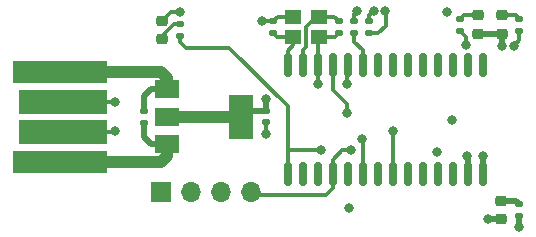
<source format=gtl>
%TF.GenerationSoftware,KiCad,Pcbnew,7.0.2-6a45011f42~172~ubuntu20.04.1*%
%TF.CreationDate,2023-04-23T21:34:21-07:00*%
%TF.ProjectId,SX1280_USB_Adapter,53583132-3830-45f5-9553-425f41646170,rev?*%
%TF.SameCoordinates,Original*%
%TF.FileFunction,Copper,L1,Top*%
%TF.FilePolarity,Positive*%
%FSLAX46Y46*%
G04 Gerber Fmt 4.6, Leading zero omitted, Abs format (unit mm)*
G04 Created by KiCad (PCBNEW 7.0.2-6a45011f42~172~ubuntu20.04.1) date 2023-04-23 21:34:21*
%MOMM*%
%LPD*%
G01*
G04 APERTURE LIST*
G04 Aperture macros list*
%AMRoundRect*
0 Rectangle with rounded corners*
0 $1 Rounding radius*
0 $2 $3 $4 $5 $6 $7 $8 $9 X,Y pos of 4 corners*
0 Add a 4 corners polygon primitive as box body*
4,1,4,$2,$3,$4,$5,$6,$7,$8,$9,$2,$3,0*
0 Add four circle primitives for the rounded corners*
1,1,$1+$1,$2,$3*
1,1,$1+$1,$4,$5*
1,1,$1+$1,$6,$7*
1,1,$1+$1,$8,$9*
0 Add four rect primitives between the rounded corners*
20,1,$1+$1,$2,$3,$4,$5,0*
20,1,$1+$1,$4,$5,$6,$7,0*
20,1,$1+$1,$6,$7,$8,$9,0*
20,1,$1+$1,$8,$9,$2,$3,0*%
G04 Aperture macros list end*
%TA.AperFunction,SMDPad,CuDef*%
%ADD10RoundRect,0.135000X0.185000X-0.135000X0.185000X0.135000X-0.185000X0.135000X-0.185000X-0.135000X0*%
%TD*%
%TA.AperFunction,SMDPad,CuDef*%
%ADD11RoundRect,0.218750X0.256250X-0.218750X0.256250X0.218750X-0.256250X0.218750X-0.256250X-0.218750X0*%
%TD*%
%TA.AperFunction,SMDPad,CuDef*%
%ADD12RoundRect,0.140000X-0.170000X0.140000X-0.170000X-0.140000X0.170000X-0.140000X0.170000X0.140000X0*%
%TD*%
%TA.AperFunction,ConnectorPad*%
%ADD13R,8.000000X1.900000*%
%TD*%
%TA.AperFunction,ConnectorPad*%
%ADD14R,7.500000X2.000000*%
%TD*%
%TA.AperFunction,SMDPad,CuDef*%
%ADD15RoundRect,0.140000X0.170000X-0.140000X0.170000X0.140000X-0.170000X0.140000X-0.170000X-0.140000X0*%
%TD*%
%TA.AperFunction,SMDPad,CuDef*%
%ADD16R,1.400000X1.200000*%
%TD*%
%TA.AperFunction,SMDPad,CuDef*%
%ADD17RoundRect,0.135000X-0.185000X0.135000X-0.185000X-0.135000X0.185000X-0.135000X0.185000X0.135000X0*%
%TD*%
%TA.AperFunction,ComponentPad*%
%ADD18R,1.700000X1.700000*%
%TD*%
%TA.AperFunction,ComponentPad*%
%ADD19O,1.700000X1.700000*%
%TD*%
%TA.AperFunction,SMDPad,CuDef*%
%ADD20RoundRect,0.150000X-0.150000X0.875000X-0.150000X-0.875000X0.150000X-0.875000X0.150000X0.875000X0*%
%TD*%
%TA.AperFunction,SMDPad,CuDef*%
%ADD21R,2.000000X1.500000*%
%TD*%
%TA.AperFunction,SMDPad,CuDef*%
%ADD22R,2.000000X3.800000*%
%TD*%
%TA.AperFunction,ViaPad*%
%ADD23C,0.800000*%
%TD*%
%TA.AperFunction,Conductor*%
%ADD24C,0.300000*%
%TD*%
%TA.AperFunction,Conductor*%
%ADD25C,1.000000*%
%TD*%
%TA.AperFunction,Conductor*%
%ADD26C,0.500000*%
%TD*%
G04 APERTURE END LIST*
D10*
%TO.P,R5,1*%
%TO.N,/3V3*%
X127762000Y-106936000D03*
%TO.P,R5,2*%
%TO.N,Net-(U3-nReset)*%
X127762000Y-105916000D03*
%TD*%
D11*
%TO.P,D2,1,K*%
%TO.N,/GND*%
X139000000Y-107000000D03*
%TO.P,D2,2,A*%
%TO.N,Net-(D2-A)*%
X139000000Y-105425000D03*
%TD*%
%TO.P,D1,1,K*%
%TO.N,/GND*%
X138938000Y-122707500D03*
%TO.P,D1,2,A*%
%TO.N,Net-(D1-A)*%
X138938000Y-121132500D03*
%TD*%
%TO.P,D4,1,K*%
%TO.N,Net-(D4-K)*%
X110235500Y-107469000D03*
%TO.P,D4,2,A*%
%TO.N,/3V3*%
X110235500Y-105894000D03*
%TD*%
D12*
%TO.P,C4,1*%
%TO.N,/GND*%
X119634000Y-105946000D03*
%TO.P,C4,2*%
%TO.N,Net-(U2-XO)*%
X119634000Y-106906000D03*
%TD*%
D10*
%TO.P,R2,1*%
%TO.N,/5V*%
X140462000Y-122430000D03*
%TO.P,R2,2*%
%TO.N,Net-(D1-A)*%
X140462000Y-121410000D03*
%TD*%
D12*
%TO.P,C2,1*%
%TO.N,/GND*%
X108750000Y-113566000D03*
%TO.P,C2,2*%
%TO.N,/5V*%
X108750000Y-114526000D03*
%TD*%
D13*
%TO.P,J1,1,VBUS*%
%TO.N,/5V*%
X101600000Y-117856000D03*
D14*
%TO.P,J1,2,D-*%
%TO.N,/USB D-*%
X101850000Y-115346000D03*
%TO.P,J1,3,D+*%
%TO.N,/USB D+*%
X101850000Y-112746000D03*
D13*
%TO.P,J1,4,GND*%
%TO.N,/GND*%
X101600000Y-110236000D03*
%TD*%
D10*
%TO.P,R4,1*%
%TO.N,Net-(U3-DIO1)*%
X140500000Y-106760000D03*
%TO.P,R4,2*%
%TO.N,Net-(D2-A)*%
X140500000Y-105740000D03*
%TD*%
D15*
%TO.P,C1,1*%
%TO.N,/GND*%
X125222000Y-106906000D03*
%TO.P,C1,2*%
%TO.N,Net-(U2-XI)*%
X125222000Y-105946000D03*
%TD*%
%TO.P,C5,1*%
%TO.N,/GND*%
X119000000Y-114500000D03*
%TO.P,C5,2*%
%TO.N,/3V3*%
X119000000Y-113540000D03*
%TD*%
D16*
%TO.P,Y1,1,1*%
%TO.N,Net-(U2-XI)*%
X123528000Y-105550000D03*
%TO.P,Y1,2,2*%
%TO.N,/GND*%
X121328000Y-105550000D03*
%TO.P,Y1,3,3*%
%TO.N,Net-(U2-XO)*%
X121328000Y-107250000D03*
%TO.P,Y1,4,4*%
%TO.N,/GND*%
X123528000Y-107250000D03*
%TD*%
D17*
%TO.P,R3,1*%
%TO.N,Net-(D4-K)*%
X111759500Y-106171500D03*
%TO.P,R3,2*%
%TO.N,/CS*%
X111759500Y-107191500D03*
%TD*%
D11*
%TO.P,D3,1,K*%
%TO.N,/GND*%
X137000000Y-107000000D03*
%TO.P,D3,2,A*%
%TO.N,Net-(D3-A)*%
X137000000Y-105425000D03*
%TD*%
D12*
%TO.P,C3,1*%
%TO.N,/GND*%
X126492000Y-105946000D03*
%TO.P,C3,2*%
%TO.N,Net-(U2-V3)*%
X126492000Y-106906000D03*
%TD*%
D18*
%TO.P,J2,1,Pin_1*%
%TO.N,/MISO*%
X110109000Y-120396000D03*
D19*
%TO.P,J2,2,Pin_2*%
%TO.N,/MOSI*%
X112649000Y-120396000D03*
%TO.P,J2,3,Pin_3*%
%TO.N,/CS*%
X115189000Y-120396000D03*
%TO.P,J2,4,Pin_4*%
%TO.N,/CLK*%
X117729000Y-120396000D03*
%TD*%
D20*
%TO.P,U2,1,~{ACT}*%
%TO.N,unconnected-(U2-~{ACT}-Pad1)*%
X137370000Y-109600000D03*
%TO.P,U2,2,RSTi*%
%TO.N,unconnected-(U2-RSTi-Pad2)*%
X136100000Y-109600000D03*
%TO.P,U2,3,IN7/~{SIN/}AS*%
%TO.N,unconnected-(U2-IN7{slash}~{SIN{slash}}AS-Pad3)*%
X134830000Y-109600000D03*
%TO.P,U2,4,~{ROV/}AFD/~{DS}*%
%TO.N,unconnected-(U2-~{ROV{slash}}AFD{slash}~{DS}-Pad4)*%
X133560000Y-109600000D03*
%TO.P,U2,5,TXD/~{ERR/USERDEF}*%
%TO.N,unconnected-(U2-TXD{slash}~{ERR{slash}USERDEF}-Pad5)*%
X132290000Y-109600000D03*
%TO.P,U2,6,RXD/PEMP/USERDEF*%
%TO.N,unconnected-(U2-RXD{slash}PEMP{slash}USERDEF-Pad6)*%
X131020000Y-109600000D03*
%TO.P,U2,7,~{INT/}ACK*%
%TO.N,unconnected-(U2-~{INT{slash}}ACK-Pad7)*%
X129750000Y-109600000D03*
%TO.P,U2,8,IN3/SLCT/USERDEF*%
%TO.N,unconnected-(U2-IN3{slash}SLCT{slash}USERDEF-Pad8)*%
X128480000Y-109600000D03*
%TO.P,U2,9,V3*%
%TO.N,Net-(U2-V3)*%
X127210000Y-109600000D03*
%TO.P,U2,10,UD+*%
%TO.N,/USB D+*%
X125940000Y-109600000D03*
%TO.P,U2,11,UD-*%
%TO.N,/USB D-*%
X124670000Y-109600000D03*
%TO.P,U2,12,GND*%
%TO.N,/GND*%
X123400000Y-109600000D03*
%TO.P,U2,13,XI*%
%TO.N,Net-(U2-XI)*%
X122130000Y-109600000D03*
%TO.P,U2,14,XO*%
%TO.N,Net-(U2-XO)*%
X120860000Y-109600000D03*
%TO.P,U2,15,~{CTS/D0/CS0}*%
%TO.N,/CS*%
X120860000Y-118900000D03*
%TO.P,U2,16,~{DSR/D1/CS1}*%
%TO.N,unconnected-(U2-~{DSR{slash}D1{slash}CS1}-Pad16)*%
X122130000Y-118900000D03*
%TO.P,U2,17,~{RI/D2/CS2}*%
%TO.N,unconnected-(U2-~{RI{slash}D2{slash}CS2}-Pad17)*%
X123400000Y-118900000D03*
%TO.P,U2,18,~{DCD/D3/DCK}*%
%TO.N,/CLK*%
X124670000Y-118900000D03*
%TO.P,U2,19,~{OUT/D4/DOUT2}*%
%TO.N,unconnected-(U2-~{OUT{slash}D4{slash}DOUT2}-Pad19)*%
X125940000Y-118900000D03*
%TO.P,U2,20,~{DTR/D5/DOUT}*%
%TO.N,/MOSI*%
X127210000Y-118900000D03*
%TO.P,U2,21,~{RST/D6/DIN2}*%
%TO.N,unconnected-(U2-~{RST{slash}D6{slash}DIN2}-Pad21)*%
X128480000Y-118900000D03*
%TO.P,U2,22,~{SLP/D7/DIN}*%
%TO.N,/MISO*%
X129750000Y-118900000D03*
%TO.P,U2,23,SDA*%
%TO.N,unconnected-(U2-SDA-Pad23)*%
X131020000Y-118900000D03*
%TO.P,U2,24,SCL*%
%TO.N,unconnected-(U2-SCL-Pad24)*%
X132290000Y-118900000D03*
%TO.P,U2,25,~{RDY/}STB/~{WR}*%
%TO.N,unconnected-(U2-~{RDY{slash}}STB{slash}~{WR}-Pad25)*%
X133560000Y-118900000D03*
%TO.P,U2,26,TNOW/~{INI/}RST*%
%TO.N,unconnected-(U2-TNOW{slash}~{INI{slash}}RST-Pad26)*%
X134830000Y-118900000D03*
%TO.P,U2,27,~{TEN/BUSY/}WAIT*%
%TO.N,/GND*%
X136100000Y-118900000D03*
%TO.P,U2,28,VCC*%
%TO.N,/5V*%
X137370000Y-118900000D03*
%TD*%
D10*
%TO.P,R6,1*%
%TO.N,Net-(U3-DIO2)*%
X135500000Y-106760000D03*
%TO.P,R6,2*%
%TO.N,Net-(D3-A)*%
X135500000Y-105740000D03*
%TD*%
D21*
%TO.P,U1,1,GND*%
%TO.N,/GND*%
X110642000Y-111700000D03*
%TO.P,U1,2,VO*%
%TO.N,/3V3*%
X110642000Y-114000000D03*
D22*
X116942000Y-114000000D03*
D21*
%TO.P,U1,3,VI*%
%TO.N,/5V*%
X110642000Y-116300000D03*
%TD*%
D23*
%TO.N,/5V*%
X140462000Y-123317000D03*
X137370000Y-117304000D03*
X108966000Y-117856000D03*
X107696000Y-117856000D03*
X106426000Y-117856000D03*
%TO.N,/3V3*%
X111759500Y-105157500D03*
X113792000Y-114046000D03*
X112522000Y-114046000D03*
X115062000Y-114046000D03*
X129151341Y-105056519D03*
X134810000Y-114300000D03*
X119000000Y-112500000D03*
%TO.N,/CLK*%
X126238000Y-116840000D03*
%TO.N,/CS*%
X123698000Y-116840000D03*
%TO.N,/MOSI*%
X127139500Y-115938500D03*
%TO.N,/MISO*%
X129794000Y-115189000D03*
%TO.N,/USB D-*%
X106250000Y-115250000D03*
X125878977Y-113686977D03*
%TO.N,/USB D+*%
X106246000Y-112746000D03*
X125857000Y-111252000D03*
%TO.N,Net-(U3-nReset)*%
X128143000Y-105029000D03*
%TO.N,/GND*%
X119000000Y-115500000D03*
X118700000Y-105900000D03*
X139000000Y-108000000D03*
X137795000Y-122707500D03*
X106500000Y-110250000D03*
X123400000Y-111250000D03*
X126746000Y-105029000D03*
X107750000Y-110250000D03*
X109000000Y-110250000D03*
X126027000Y-121750000D03*
X134366000Y-105156000D03*
X133540000Y-117000000D03*
X136092940Y-117306550D03*
%TO.N,Net-(U3-DIO1)*%
X140000000Y-108000000D03*
%TO.N,Net-(U3-DIO2)*%
X136000000Y-107975500D03*
%TD*%
D24*
%TO.N,Net-(U2-XI)*%
X123304000Y-105550000D02*
X122428000Y-106426000D01*
X122428000Y-108150000D02*
X122174000Y-108404000D01*
X122174000Y-109556000D02*
X122130000Y-109600000D01*
X123528000Y-105550000D02*
X124826000Y-105550000D01*
X123528000Y-105550000D02*
X123304000Y-105550000D01*
X122428000Y-106426000D02*
X122428000Y-108150000D01*
X122174000Y-108404000D02*
X122174000Y-109556000D01*
X124826000Y-105550000D02*
X125222000Y-105946000D01*
D25*
%TO.N,/5V*%
X108966000Y-117856000D02*
X101600000Y-117856000D01*
X110109000Y-117856000D02*
X110642000Y-117323000D01*
D26*
X108750000Y-114526000D02*
X108750000Y-115750000D01*
D25*
X110642000Y-117323000D02*
X110642000Y-116300000D01*
X108966000Y-117856000D02*
X110109000Y-117856000D01*
D26*
X108750000Y-115750000D02*
X109300000Y-116300000D01*
X109300000Y-116300000D02*
X110642000Y-116300000D01*
X140462000Y-123317000D02*
X140462000Y-122430000D01*
X137370000Y-117304000D02*
X137370000Y-118900000D01*
D24*
%TO.N,Net-(U2-V3)*%
X126492000Y-107681339D02*
X127210000Y-108399339D01*
X126492000Y-106906000D02*
X126492000Y-107681339D01*
X127210000Y-108399339D02*
X127210000Y-109600000D01*
%TO.N,Net-(U2-XO)*%
X120860000Y-108418000D02*
X121328000Y-107950000D01*
X121328000Y-107250000D02*
X121328000Y-107950000D01*
X120860000Y-109600000D02*
X120860000Y-108418000D01*
X121328000Y-107250000D02*
X119978000Y-107250000D01*
X119978000Y-107250000D02*
X119634000Y-106906000D01*
D26*
%TO.N,/3V3*%
X119000000Y-113540000D02*
X117402000Y-113540000D01*
X119000000Y-113540000D02*
X119000000Y-112500000D01*
D24*
X110972000Y-105157500D02*
X111759500Y-105157500D01*
X110235500Y-105894000D02*
X110972000Y-105157500D01*
X128522000Y-106936000D02*
X127762000Y-106936000D01*
D25*
X110642000Y-114000000D02*
X116942000Y-114000000D01*
D26*
X117402000Y-113540000D02*
X116942000Y-114000000D01*
D24*
X129151341Y-105056519D02*
X129159000Y-105064178D01*
X129159000Y-106299000D02*
X128522000Y-106936000D01*
X129159000Y-105064178D02*
X129159000Y-106299000D01*
D26*
%TO.N,Net-(D1-A)*%
X140184500Y-121132500D02*
X140462000Y-121410000D01*
X138938000Y-121132500D02*
X140184500Y-121132500D01*
D24*
%TO.N,/CLK*%
X125476000Y-116840000D02*
X124670000Y-117646000D01*
X124129800Y-120599200D02*
X117932200Y-120599200D01*
X124670000Y-118900000D02*
X124670000Y-120059000D01*
X124670000Y-120059000D02*
X124129800Y-120599200D01*
X124670000Y-117646000D02*
X124670000Y-118900000D01*
X117932200Y-120599200D02*
X117729000Y-120396000D01*
X126238000Y-116840000D02*
X125476000Y-116840000D01*
%TO.N,/CS*%
X123698000Y-116840000D02*
X120987000Y-116840000D01*
X120987000Y-116840000D02*
X120860000Y-116967000D01*
X120860000Y-113135000D02*
X120860000Y-116967000D01*
X115929000Y-108204000D02*
X120860000Y-113135000D01*
X111759500Y-107191500D02*
X111759500Y-107695500D01*
X120860000Y-116967000D02*
X120860000Y-118900000D01*
X112268000Y-108204000D02*
X115929000Y-108204000D01*
X111759500Y-107695500D02*
X112268000Y-108204000D01*
%TO.N,/MOSI*%
X127210000Y-116009000D02*
X127210000Y-118900000D01*
X127139500Y-115938500D02*
X127210000Y-116009000D01*
%TO.N,/MISO*%
X129750000Y-115233000D02*
X129750000Y-118900000D01*
X129794000Y-115189000D02*
X129750000Y-115233000D01*
%TO.N,/USB D-*%
X124714000Y-111760000D02*
X124714000Y-111252000D01*
X125878977Y-113686977D02*
X125878977Y-112924977D01*
X106154000Y-115346000D02*
X101850000Y-115346000D01*
X106250000Y-115250000D02*
X106154000Y-115346000D01*
X124714000Y-109644000D02*
X124670000Y-109600000D01*
X124714000Y-111252000D02*
X124714000Y-109644000D01*
X125878977Y-112924977D02*
X124714000Y-111760000D01*
%TO.N,/USB D+*%
X125857000Y-109683000D02*
X125940000Y-109600000D01*
X106246000Y-112746000D02*
X101850000Y-112746000D01*
X125857000Y-111252000D02*
X125857000Y-109683000D01*
%TO.N,Net-(D3-A)*%
X135815000Y-105425000D02*
X135500000Y-105740000D01*
X137000000Y-105425000D02*
X135815000Y-105425000D01*
%TO.N,Net-(U3-nReset)*%
X127762000Y-105410000D02*
X127762000Y-105916000D01*
X128143000Y-105029000D02*
X127762000Y-105410000D01*
D25*
%TO.N,/GND*%
X110642000Y-110769000D02*
X110642000Y-111700000D01*
X106500000Y-110250000D02*
X106514000Y-110236000D01*
D24*
X120030000Y-105550000D02*
X119634000Y-105946000D01*
D25*
X109000000Y-110250000D02*
X110123000Y-110250000D01*
X110123000Y-110250000D02*
X110642000Y-110769000D01*
D24*
X121328000Y-105550000D02*
X120030000Y-105550000D01*
D26*
X108750000Y-113566000D02*
X108750000Y-112250000D01*
D24*
X119588000Y-105900000D02*
X119634000Y-105946000D01*
D25*
X106486000Y-110236000D02*
X106500000Y-110250000D01*
D24*
X123400000Y-109600000D02*
X123400000Y-107378000D01*
X123528000Y-107250000D02*
X124878000Y-107250000D01*
D25*
X107750000Y-110250000D02*
X107764000Y-110236000D01*
D24*
X126746000Y-105029000D02*
X126492000Y-105283000D01*
D26*
X136100000Y-117313610D02*
X136100000Y-118900000D01*
D25*
X106514000Y-110236000D02*
X107736000Y-110236000D01*
D24*
X119000000Y-114500000D02*
X119000000Y-115500000D01*
D26*
X139000000Y-107000000D02*
X139000000Y-108000000D01*
D25*
X108986000Y-110236000D02*
X109000000Y-110250000D01*
X107736000Y-110236000D02*
X107750000Y-110250000D01*
D26*
X109300000Y-111700000D02*
X110642000Y-111700000D01*
D25*
X101600000Y-110236000D02*
X106486000Y-110236000D01*
D24*
X123400000Y-111250000D02*
X123400000Y-109600000D01*
X118700000Y-105900000D02*
X119588000Y-105900000D01*
X126492000Y-105283000D02*
X126492000Y-105946000D01*
D26*
X108750000Y-112250000D02*
X109300000Y-111700000D01*
X137000000Y-107000000D02*
X139000000Y-107000000D01*
D24*
X123400000Y-107378000D02*
X123528000Y-107250000D01*
D25*
X107764000Y-110236000D02*
X108986000Y-110236000D01*
D26*
X136092940Y-117306550D02*
X136100000Y-117313610D01*
D24*
X124878000Y-107250000D02*
X125222000Y-106906000D01*
D26*
X137795000Y-122707500D02*
X138938000Y-122707500D01*
D24*
%TO.N,Net-(D2-A)*%
X139000000Y-105425000D02*
X140185000Y-105425000D01*
X140185000Y-105425000D02*
X140500000Y-105740000D01*
%TO.N,Net-(D4-K)*%
X110235500Y-107188500D02*
X111252500Y-106171500D01*
X111252500Y-106171500D02*
X111759500Y-106171500D01*
X110235500Y-107469000D02*
X110235500Y-107188500D01*
%TO.N,Net-(U3-DIO1)*%
X140500000Y-106760000D02*
X140500000Y-107500000D01*
X140500000Y-107500000D02*
X140000000Y-108000000D01*
%TO.N,Net-(U3-DIO2)*%
X136000000Y-107260000D02*
X135500000Y-106760000D01*
X136000000Y-107975500D02*
X136000000Y-107260000D01*
%TD*%
M02*

</source>
